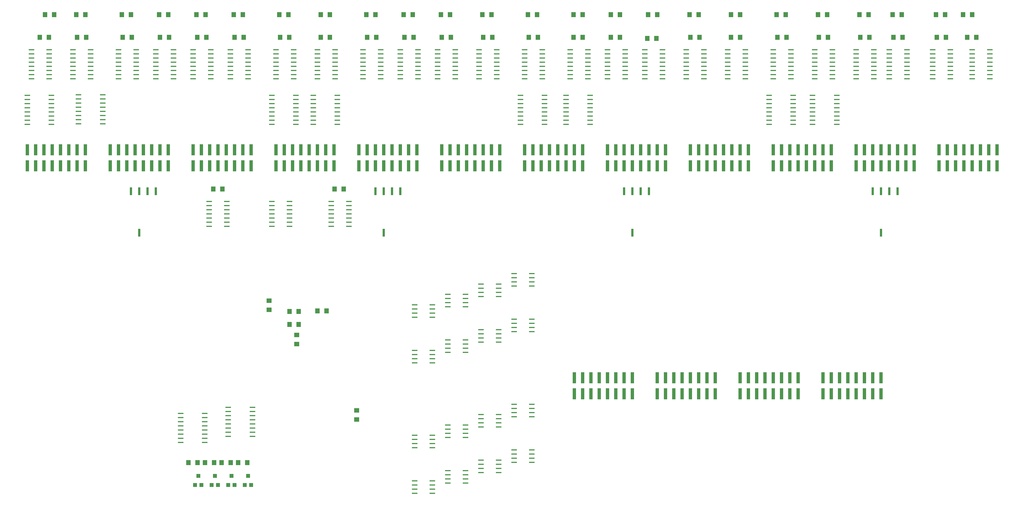
<source format=gbr>
G04 DipTrace 2.3.0.3*
%INTopPaste.gbr*%
%MOIN*%
%ADD64R,0.0314X0.0983*%
%ADD66R,0.0629X0.055*%
%ADD68R,0.0707X0.0156*%
%ADD74R,0.042X0.137*%
%ADD80R,0.0511X0.0511*%
%ADD82R,0.055X0.0629*%
%FSLAX44Y44*%
G04*
G70*
G90*
G75*
G01*
%LNTopPaste*%
%LPD*%
D82*
X28377Y41628D3*
X29479D3*
X44127D3*
X43025D3*
X38690Y26878D3*
X37588D3*
X38690Y25315D3*
X37588D3*
X18440Y62690D3*
X17338D3*
X27440D3*
X26338D3*
X47940D3*
X46838D3*
X56940D3*
X55838D3*
X77440D3*
X76338D3*
X86940D3*
X85838D3*
X107440D3*
X106338D3*
X116690D3*
X115588D3*
X22940D3*
X21838D3*
X31940D3*
X30838D3*
X52440D3*
X51338D3*
X61940D3*
X60838D3*
X81940D3*
X80838D3*
X91940D3*
X90838D3*
X111440D3*
X110338D3*
X119940D3*
X118838D3*
X9190D3*
X8088D3*
X37440D3*
X36338D3*
X67440D3*
X66338D3*
X97440D3*
X96338D3*
X12940D3*
X11838D3*
X42440D3*
X41338D3*
X72940D3*
X71838D3*
X102440D3*
X101338D3*
D80*
X26940Y5940D3*
X26192D3*
X26566Y7042D3*
X28940Y5940D3*
X28192D3*
X28566Y7042D3*
X30940Y5940D3*
X30192D3*
X30566Y7042D3*
X32940Y5940D3*
X32192D3*
X32566Y7042D3*
D74*
X71940Y16940D3*
X72940D3*
X73940D3*
X74940D3*
X75940D3*
X76940D3*
X77940Y16945D3*
X78940D3*
Y18890D3*
X77940Y18885D3*
X76940Y18890D3*
X75940D3*
X74940D3*
X73940D3*
X72940Y18885D3*
X71940D3*
X81940Y16940D3*
X82940D3*
X83940D3*
X84940D3*
X85940D3*
X86940D3*
X87940Y16945D3*
X88940D3*
Y18890D3*
X87940Y18885D3*
X86940Y18890D3*
X85940D3*
X84940D3*
X83940D3*
X82940Y18885D3*
X81940D3*
X91940Y16940D3*
X92940D3*
X93940D3*
X94940D3*
X95940D3*
X96940D3*
X97940Y16945D3*
X98940D3*
Y18890D3*
X97940Y18885D3*
X96940Y18890D3*
X95940D3*
X94940D3*
X93940D3*
X92940Y18885D3*
X91940D3*
X101940Y16940D3*
X102940D3*
X103940D3*
X104940D3*
X105940D3*
X106940D3*
X107940Y16945D3*
X108940D3*
Y18890D3*
X107940Y18885D3*
X106940Y18890D3*
X105940D3*
X104940D3*
X103940D3*
X102940Y18885D3*
X101940D3*
X15940Y44440D3*
X16940D3*
X17940D3*
X18940D3*
X19940D3*
X20940D3*
X21940Y44445D3*
X22940D3*
Y46390D3*
X21940Y46385D3*
X20940Y46390D3*
X19940D3*
X18940D3*
X17940D3*
X16940Y46385D3*
X15940D3*
X25940Y44440D3*
X26940D3*
X27940D3*
X28940D3*
X29940D3*
X30940D3*
X31940Y44445D3*
X32940D3*
Y46390D3*
X31940Y46385D3*
X30940Y46390D3*
X29940D3*
X28940D3*
X27940D3*
X26940Y46385D3*
X25940D3*
X45940Y44440D3*
X46940D3*
X47940D3*
X48940D3*
X49940D3*
X50940D3*
X51940Y44445D3*
X52940D3*
Y46390D3*
X51940Y46385D3*
X50940Y46390D3*
X49940D3*
X48940D3*
X47940D3*
X46940Y46385D3*
X45940D3*
X55940Y44440D3*
X56940D3*
X57940D3*
X58940D3*
X59940D3*
X60940D3*
X61940Y44445D3*
X62940D3*
Y46390D3*
X61940Y46385D3*
X60940Y46390D3*
X59940D3*
X58940D3*
X57940D3*
X56940Y46385D3*
X55940D3*
X75940Y44440D3*
X76940D3*
X77940D3*
X78940D3*
X79940D3*
X80940D3*
X81940Y44445D3*
X82940D3*
Y46390D3*
X81940Y46385D3*
X80940Y46390D3*
X79940D3*
X78940D3*
X77940D3*
X76940Y46385D3*
X75940D3*
X85940Y44440D3*
X86940D3*
X87940D3*
X88940D3*
X89940D3*
X90940D3*
X91940Y44445D3*
X92940D3*
Y46390D3*
X91940Y46385D3*
X90940Y46390D3*
X89940D3*
X88940D3*
X87940D3*
X86940Y46385D3*
X85940D3*
X105940Y44440D3*
X106940D3*
X107940D3*
X108940D3*
X109940D3*
X110940D3*
X111940Y44445D3*
X112940D3*
Y46390D3*
X111940Y46385D3*
X110940Y46390D3*
X109940D3*
X108940D3*
X107940D3*
X106940Y46385D3*
X105940D3*
X115940Y44440D3*
X116940D3*
X117940D3*
X118940D3*
X119940D3*
X120940D3*
X121940Y44445D3*
X122940D3*
Y46390D3*
X121940Y46385D3*
X120940Y46390D3*
X119940D3*
X118940D3*
X117940D3*
X116940Y46385D3*
X115940D3*
X5940Y44440D3*
X6940D3*
X7940D3*
X8940D3*
X9940D3*
X10940D3*
X11940Y44445D3*
X12940D3*
Y46390D3*
X11940Y46385D3*
X10940Y46390D3*
X9940D3*
X8940D3*
X7940D3*
X6940Y46385D3*
X5940D3*
X35940Y44440D3*
X36940D3*
X37940D3*
X38940D3*
X39940D3*
X40940D3*
X41940Y44445D3*
X42940D3*
Y46390D3*
X41940Y46385D3*
X40940Y46390D3*
X39940D3*
X38940D3*
X37940D3*
X36940Y46385D3*
X35940D3*
X65940Y44440D3*
X66940D3*
X67940D3*
X68940D3*
X69940D3*
X70940D3*
X71940Y44445D3*
X72940D3*
Y46390D3*
X71940Y46385D3*
X70940Y46390D3*
X69940D3*
X68940D3*
X67940D3*
X66940Y46385D3*
X65940D3*
X95940Y44440D3*
X96940D3*
X97940D3*
X98940D3*
X99940D3*
X100940D3*
X101940Y44445D3*
X102940D3*
Y46390D3*
X101940Y46385D3*
X100940Y46390D3*
X99940D3*
X98940D3*
X97940D3*
X96940Y46385D3*
X95940D3*
D68*
X64690Y31440D3*
Y30940D3*
Y30440D3*
Y29940D3*
X66816D3*
Y30440D3*
Y30940D3*
Y31440D3*
X60690Y30190D3*
Y29690D3*
Y29190D3*
Y28690D3*
X62816D3*
Y29190D3*
Y29690D3*
Y30190D3*
X56690Y28940D3*
Y28440D3*
Y27940D3*
Y27440D3*
X58816D3*
Y27940D3*
Y28440D3*
Y28940D3*
X52690Y27690D3*
Y27190D3*
Y26690D3*
Y26190D3*
X54816D3*
Y26690D3*
Y27190D3*
Y27690D3*
X64690Y25940D3*
Y25440D3*
Y24940D3*
Y24440D3*
X66816D3*
Y24940D3*
Y25440D3*
Y25940D3*
X60690Y24690D3*
Y24190D3*
Y23690D3*
Y23190D3*
X62816D3*
Y23690D3*
Y24190D3*
Y24690D3*
X56690Y23440D3*
Y22940D3*
Y22440D3*
Y21940D3*
X58816D3*
Y22440D3*
Y22940D3*
Y23440D3*
X52690Y22190D3*
Y21690D3*
Y21190D3*
Y20690D3*
X54816D3*
Y21190D3*
Y21690D3*
Y22190D3*
X64690Y15690D3*
Y15190D3*
Y14690D3*
Y14190D3*
X66816D3*
Y14690D3*
Y15190D3*
Y15690D3*
X60690Y14440D3*
Y13940D3*
Y13440D3*
Y12940D3*
X62816D3*
Y13440D3*
Y13940D3*
Y14440D3*
X56690Y13190D3*
Y12690D3*
Y12190D3*
Y11690D3*
X58816D3*
Y12190D3*
Y12690D3*
Y13190D3*
X52690Y11940D3*
Y11440D3*
Y10940D3*
Y10440D3*
X54816D3*
Y10940D3*
Y11440D3*
Y11940D3*
X64690Y10190D3*
Y9690D3*
Y9190D3*
Y8690D3*
X66816D3*
Y9190D3*
Y9690D3*
Y10190D3*
X60690Y8940D3*
Y8440D3*
Y7940D3*
Y7440D3*
X62816D3*
Y7940D3*
Y8440D3*
Y8940D3*
X56690Y7690D3*
Y7190D3*
Y6690D3*
Y6190D3*
X58816D3*
Y6690D3*
Y7190D3*
Y7690D3*
X52690Y6440D3*
Y5940D3*
Y5440D3*
Y4940D3*
X54816D3*
Y5440D3*
Y5940D3*
Y6440D3*
D66*
X35127Y28190D3*
Y27088D3*
D82*
X40940Y26940D3*
X42042D3*
D66*
X38440Y22940D3*
Y24042D3*
X45690Y14940D3*
Y13838D3*
D82*
X25389Y8639D3*
X26491D3*
X27389D3*
X28491D3*
X29389D3*
X30491D3*
X31389D3*
X32491D3*
X11940Y59940D3*
X13042D3*
X41338D3*
X42440D3*
X71838D3*
X72940D3*
X101440D3*
X102542D3*
X17440D3*
X18542D3*
X26440D3*
X27542D3*
X46940D3*
X48042D3*
X55940D3*
X57042D3*
X76338D3*
X77440D3*
X85940D3*
X87042D3*
X106440D3*
X107542D3*
X115690D3*
X116792D3*
X21940D3*
X23042D3*
X30940D3*
X32042D3*
X51440D3*
X52542D3*
X60940D3*
X62042D3*
X80755Y59818D3*
X81857D3*
X90838Y59940D3*
X91940D3*
X110440D3*
X111542D3*
X119339D3*
X120441D3*
X7440D3*
X8542D3*
X36440D3*
X37542D3*
X66440D3*
X67542D3*
X96440D3*
X97542D3*
D68*
X30190Y15315D3*
Y14815D3*
Y14315D3*
Y13815D3*
Y13315D3*
Y12815D3*
Y12315D3*
Y11815D3*
X33103D3*
Y12315D3*
Y12815D3*
Y13315D3*
Y13815D3*
Y14315D3*
Y14815D3*
Y15315D3*
X24443Y14570D3*
Y14070D3*
Y13570D3*
Y13070D3*
Y12570D3*
Y12070D3*
Y11570D3*
Y11070D3*
X27357D3*
Y11570D3*
Y12070D3*
Y12570D3*
Y13070D3*
Y13570D3*
Y14070D3*
Y14570D3*
X5940Y52940D3*
Y52440D3*
Y51940D3*
Y51440D3*
Y50940D3*
Y50440D3*
Y49940D3*
Y49440D3*
X8853D3*
Y49940D3*
Y50440D3*
Y50940D3*
Y51440D3*
Y51940D3*
Y52440D3*
Y52940D3*
X35440D3*
Y52440D3*
Y51940D3*
Y51440D3*
Y50940D3*
Y50440D3*
Y49940D3*
Y49440D3*
X38353D3*
Y49940D3*
Y50440D3*
Y50940D3*
Y51440D3*
Y51940D3*
Y52440D3*
Y52940D3*
X65440D3*
Y52440D3*
Y51940D3*
Y51440D3*
Y50940D3*
Y50440D3*
Y49940D3*
Y49440D3*
X68353D3*
Y49940D3*
Y50440D3*
Y50940D3*
Y51440D3*
Y51940D3*
Y52440D3*
Y52940D3*
X95440D3*
Y52440D3*
Y51940D3*
Y51440D3*
Y50940D3*
Y50440D3*
Y49940D3*
Y49440D3*
X98353D3*
Y49940D3*
Y50440D3*
Y50940D3*
Y51440D3*
Y51940D3*
Y52440D3*
Y52940D3*
X12128Y53003D3*
Y52503D3*
Y52003D3*
Y51503D3*
Y51003D3*
Y50503D3*
Y50003D3*
Y49503D3*
X15041D3*
Y50003D3*
Y50503D3*
Y51003D3*
Y51503D3*
Y52003D3*
Y52503D3*
Y53003D3*
X40440Y52940D3*
Y52440D3*
Y51940D3*
Y51440D3*
Y50940D3*
Y50440D3*
Y49940D3*
Y49440D3*
X43353D3*
Y49940D3*
Y50440D3*
Y50940D3*
Y51440D3*
Y51940D3*
Y52440D3*
Y52940D3*
X70940D3*
Y52440D3*
Y51940D3*
Y51440D3*
Y50940D3*
Y50440D3*
Y49940D3*
Y49440D3*
X73853D3*
Y49940D3*
Y50440D3*
Y50940D3*
Y51440D3*
Y51940D3*
Y52440D3*
Y52940D3*
X100690D3*
Y52440D3*
Y51940D3*
Y51440D3*
Y50940D3*
Y50440D3*
Y49940D3*
Y49440D3*
X103603D3*
Y49940D3*
Y50440D3*
Y50940D3*
Y51440D3*
Y51940D3*
Y52440D3*
Y52940D3*
D64*
X19440Y36378D3*
X21440Y41379D3*
X20440D3*
X19440D3*
X18440D3*
X48940Y36378D3*
X50940Y41379D3*
X49940D3*
X48940D3*
X47940D3*
X78940Y36378D3*
X80940Y41379D3*
X79940D3*
X78940D3*
X77940D3*
X108940Y36378D3*
X110940Y41379D3*
X109940D3*
X108940D3*
X107940D3*
D68*
X27877Y40128D3*
Y39628D3*
Y39128D3*
Y38628D3*
Y38128D3*
Y37628D3*
Y37128D3*
X30003D3*
Y37628D3*
Y38128D3*
Y38628D3*
Y39128D3*
Y39628D3*
Y40128D3*
X35439D3*
Y39628D3*
Y39128D3*
Y38628D3*
Y38128D3*
Y37628D3*
Y37128D3*
X37565D3*
Y37628D3*
Y38128D3*
Y38628D3*
Y39128D3*
Y39628D3*
Y40128D3*
X42627D3*
Y39628D3*
Y39128D3*
Y38628D3*
Y38128D3*
Y37628D3*
Y37128D3*
X44753D3*
Y37628D3*
Y38128D3*
Y38628D3*
Y39128D3*
Y39628D3*
Y40128D3*
X16940Y58440D3*
Y57940D3*
Y57440D3*
Y56940D3*
Y56440D3*
Y55940D3*
Y55440D3*
Y54940D3*
X19066D3*
Y55440D3*
Y55940D3*
Y56440D3*
Y56940D3*
Y57440D3*
Y57940D3*
Y58440D3*
X25940D3*
Y57940D3*
Y57440D3*
Y56940D3*
Y56440D3*
Y55940D3*
Y55440D3*
Y54940D3*
X28066D3*
Y55440D3*
Y55940D3*
Y56440D3*
Y56940D3*
Y57440D3*
Y57940D3*
Y58440D3*
X46440D3*
Y57940D3*
Y57440D3*
Y56940D3*
Y56440D3*
Y55940D3*
Y55440D3*
Y54940D3*
X48566D3*
Y55440D3*
Y55940D3*
Y56440D3*
Y56940D3*
Y57440D3*
Y57940D3*
Y58440D3*
X55440D3*
Y57940D3*
Y57440D3*
Y56940D3*
Y56440D3*
Y55940D3*
Y55440D3*
Y54940D3*
X57566D3*
Y55440D3*
Y55940D3*
Y56440D3*
Y56940D3*
Y57440D3*
Y57940D3*
Y58440D3*
X75940D3*
Y57940D3*
Y57440D3*
Y56940D3*
Y56440D3*
Y55940D3*
Y55440D3*
Y54940D3*
X78066D3*
Y55440D3*
Y55940D3*
Y56440D3*
Y56940D3*
Y57440D3*
Y57940D3*
Y58440D3*
X85440D3*
Y57940D3*
Y57440D3*
Y56940D3*
Y56440D3*
Y55940D3*
Y55440D3*
Y54940D3*
X87566D3*
Y55440D3*
Y55940D3*
Y56440D3*
Y56940D3*
Y57440D3*
Y57940D3*
Y58440D3*
X105940D3*
Y57940D3*
Y57440D3*
Y56940D3*
Y56440D3*
Y55940D3*
Y55440D3*
Y54940D3*
X108066D3*
Y55440D3*
Y55940D3*
Y56440D3*
Y56940D3*
Y57440D3*
Y57940D3*
Y58440D3*
X115190D3*
Y57940D3*
Y57440D3*
Y56940D3*
Y56440D3*
Y55940D3*
Y55440D3*
Y54940D3*
X117316D3*
Y55440D3*
Y55940D3*
Y56440D3*
Y56940D3*
Y57440D3*
Y57940D3*
Y58440D3*
X21440D3*
Y57940D3*
Y57440D3*
Y56940D3*
Y56440D3*
Y55940D3*
Y55440D3*
Y54940D3*
X23566D3*
Y55440D3*
Y55940D3*
Y56440D3*
Y56940D3*
Y57440D3*
Y57940D3*
Y58440D3*
X30440D3*
Y57940D3*
Y57440D3*
Y56940D3*
Y56440D3*
Y55940D3*
Y55440D3*
Y54940D3*
X32566D3*
Y55440D3*
Y55940D3*
Y56440D3*
Y56940D3*
Y57440D3*
Y57940D3*
Y58440D3*
X50940D3*
Y57940D3*
Y57440D3*
Y56940D3*
Y56440D3*
Y55940D3*
Y55440D3*
Y54940D3*
X53066D3*
Y55440D3*
Y55940D3*
Y56440D3*
Y56940D3*
Y57440D3*
Y57940D3*
Y58440D3*
X60440D3*
Y57940D3*
Y57440D3*
Y56940D3*
Y56440D3*
Y55940D3*
Y55440D3*
Y54940D3*
X62566D3*
Y55440D3*
Y55940D3*
Y56440D3*
Y56940D3*
Y57440D3*
Y57940D3*
Y58440D3*
X80440D3*
Y57940D3*
Y57440D3*
Y56940D3*
Y56440D3*
Y55940D3*
Y55440D3*
Y54940D3*
X82566D3*
Y55440D3*
Y55940D3*
Y56440D3*
Y56940D3*
Y57440D3*
Y57940D3*
Y58440D3*
X90440D3*
Y57940D3*
Y57440D3*
Y56940D3*
Y56440D3*
Y55940D3*
Y55440D3*
Y54940D3*
X92566D3*
Y55440D3*
Y55940D3*
Y56440D3*
Y56940D3*
Y57440D3*
Y57940D3*
Y58440D3*
X109940D3*
Y57940D3*
Y57440D3*
Y56940D3*
Y56440D3*
Y55940D3*
Y55440D3*
Y54940D3*
X112066D3*
Y55440D3*
Y55940D3*
Y56440D3*
Y56940D3*
Y57440D3*
Y57940D3*
Y58440D3*
X119940D3*
Y57940D3*
Y57440D3*
Y56940D3*
Y56440D3*
Y55940D3*
Y55440D3*
Y54940D3*
X122066D3*
Y55440D3*
Y55940D3*
Y56440D3*
Y56940D3*
Y57440D3*
Y57940D3*
Y58440D3*
X6440D3*
Y57940D3*
Y57440D3*
Y56940D3*
Y56440D3*
Y55940D3*
Y55440D3*
Y54940D3*
X8566D3*
Y55440D3*
Y55940D3*
Y56440D3*
Y56940D3*
Y57440D3*
Y57940D3*
Y58440D3*
X35940D3*
Y57940D3*
Y57440D3*
Y56940D3*
Y56440D3*
Y55940D3*
Y55440D3*
Y54940D3*
X38066D3*
Y55440D3*
Y55940D3*
Y56440D3*
Y56940D3*
Y57440D3*
Y57940D3*
Y58440D3*
X65940D3*
Y57940D3*
Y57440D3*
Y56940D3*
Y56440D3*
Y55940D3*
Y55440D3*
Y54940D3*
X68066D3*
Y55440D3*
Y55940D3*
Y56440D3*
Y56940D3*
Y57440D3*
Y57940D3*
Y58440D3*
X95940D3*
Y57940D3*
Y57440D3*
Y56940D3*
Y56440D3*
Y55940D3*
Y55440D3*
Y54940D3*
X98066D3*
Y55440D3*
Y55940D3*
Y56440D3*
Y56940D3*
Y57440D3*
Y57940D3*
Y58440D3*
X11440D3*
Y57940D3*
Y57440D3*
Y56940D3*
Y56440D3*
Y55940D3*
Y55440D3*
Y54940D3*
X13566D3*
Y55440D3*
Y55940D3*
Y56440D3*
Y56940D3*
Y57440D3*
Y57940D3*
Y58440D3*
X40940D3*
Y57940D3*
Y57440D3*
Y56940D3*
Y56440D3*
Y55940D3*
Y55440D3*
Y54940D3*
X43066D3*
Y55440D3*
Y55940D3*
Y56440D3*
Y56940D3*
Y57440D3*
Y57940D3*
Y58440D3*
X71440D3*
Y57940D3*
Y57440D3*
Y56940D3*
Y56440D3*
Y55940D3*
Y55440D3*
Y54940D3*
X73566D3*
Y55440D3*
Y55940D3*
Y56440D3*
Y56940D3*
Y57440D3*
Y57940D3*
Y58440D3*
X100940D3*
Y57940D3*
Y57440D3*
Y56940D3*
Y56440D3*
Y55940D3*
Y55440D3*
Y54940D3*
X103066D3*
Y55440D3*
Y55940D3*
Y56440D3*
Y56940D3*
Y57440D3*
Y57940D3*
Y58440D3*
M02*

</source>
